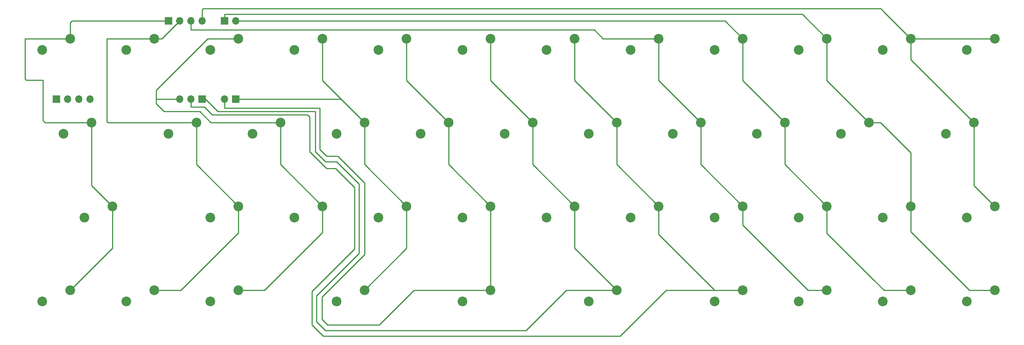
<source format=gtl>
G04 #@! TF.GenerationSoftware,KiCad,Pcbnew,(6.0.2-0)*
G04 #@! TF.CreationDate,2022-06-21T21:38:27+10:00*
G04 #@! TF.ProjectId,keyboard-with-attached-pico,6b657962-6f61-4726-942d-776974682d61,1.01*
G04 #@! TF.SameCoordinates,Original*
G04 #@! TF.FileFunction,Copper,L1,Top*
G04 #@! TF.FilePolarity,Positive*
%FSLAX46Y46*%
G04 Gerber Fmt 4.6, Leading zero omitted, Abs format (unit mm)*
G04 Created by KiCad (PCBNEW (6.0.2-0)) date 2022-06-21 21:38:27*
%MOMM*%
%LPD*%
G01*
G04 APERTURE LIST*
G04 #@! TA.AperFunction,ComponentPad*
%ADD10C,2.200000*%
G04 #@! TD*
G04 #@! TA.AperFunction,ComponentPad*
%ADD11R,1.700000X1.700000*%
G04 #@! TD*
G04 #@! TA.AperFunction,ComponentPad*
%ADD12O,1.700000X1.700000*%
G04 #@! TD*
G04 #@! TA.AperFunction,Conductor*
%ADD13C,0.250000*%
G04 #@! TD*
G04 APERTURE END LIST*
D10*
X109855000Y-119840000D03*
X103505000Y-122380000D03*
X128905000Y-119840000D03*
X122555000Y-122380000D03*
D11*
X144780000Y-115824000D03*
D12*
X147320000Y-115824000D03*
D10*
X319405000Y-119840000D03*
X313055000Y-122380000D03*
X195580000Y-138890000D03*
X189230000Y-141430000D03*
X252730000Y-138890000D03*
X246380000Y-141430000D03*
X300355000Y-157940000D03*
X294005000Y-160480000D03*
X300355000Y-119840000D03*
X294005000Y-122380000D03*
X186055000Y-119840000D03*
X179705000Y-122380000D03*
X262255000Y-157940000D03*
X255905000Y-160480000D03*
X205105000Y-157940000D03*
X198755000Y-160480000D03*
X271780000Y-138890000D03*
X265430000Y-141430000D03*
X233680000Y-176990000D03*
X227330000Y-179530000D03*
X281305000Y-119840000D03*
X274955000Y-122380000D03*
X233680000Y-138890000D03*
X227330000Y-141430000D03*
X176530000Y-138890000D03*
X170180000Y-141430000D03*
X138430000Y-138890000D03*
X132080000Y-141430000D03*
D11*
X132080000Y-115824000D03*
D12*
X134620000Y-115824000D03*
X137160000Y-115824000D03*
X139700000Y-115824000D03*
D10*
X114617500Y-138890000D03*
X108267500Y-141430000D03*
X186055000Y-157940000D03*
X179705000Y-160480000D03*
X281305000Y-176990000D03*
X274955000Y-179530000D03*
X147955000Y-119840000D03*
X141605000Y-122380000D03*
X167005000Y-119840000D03*
X160655000Y-122380000D03*
X214630000Y-138890000D03*
X208280000Y-141430000D03*
X147955000Y-157940000D03*
X141605000Y-160480000D03*
X290830000Y-138890000D03*
X284480000Y-141430000D03*
X157480000Y-138890000D03*
X151130000Y-141430000D03*
X119380000Y-157940000D03*
X113030000Y-160480000D03*
D11*
X139700000Y-133604000D03*
D12*
X137160000Y-133604000D03*
X134620000Y-133604000D03*
D10*
X243205000Y-119840000D03*
X236855000Y-122380000D03*
X224155000Y-157940000D03*
X217805000Y-160480000D03*
X319405000Y-176990000D03*
X313055000Y-179530000D03*
X262255000Y-119840000D03*
X255905000Y-122380000D03*
X319405000Y-157940000D03*
X313055000Y-160480000D03*
X205105000Y-119840000D03*
X198755000Y-122380000D03*
D11*
X147320000Y-133604000D03*
D12*
X144780000Y-133604000D03*
D10*
X167005000Y-157940000D03*
X160655000Y-160480000D03*
X147955000Y-176990000D03*
X141605000Y-179530000D03*
X314642500Y-138890000D03*
X308292500Y-141430000D03*
X243205000Y-157940000D03*
X236855000Y-160480000D03*
X281305000Y-157940000D03*
X274955000Y-160480000D03*
X205105000Y-176990000D03*
X198755000Y-179530000D03*
X262255000Y-176990000D03*
X255905000Y-179530000D03*
X300355000Y-176990000D03*
X294005000Y-179530000D03*
X109855000Y-176990000D03*
X103505000Y-179530000D03*
X176530000Y-176990000D03*
X170180000Y-179530000D03*
X128905000Y-176990000D03*
X122555000Y-179530000D03*
X224155000Y-119840000D03*
X217805000Y-122380000D03*
D11*
X106680000Y-133604000D03*
D12*
X109220000Y-133604000D03*
X111760000Y-133604000D03*
X114300000Y-133604000D03*
D13*
X109855000Y-116205000D02*
X109855000Y-119840000D01*
X132080000Y-115824000D02*
X110236000Y-115824000D01*
X114617500Y-138890000D02*
X104092000Y-138890000D01*
X114617500Y-138890000D02*
X114617500Y-153177500D01*
X104092000Y-138890000D02*
X103632000Y-138430000D01*
X114617500Y-153177500D02*
X119380000Y-157940000D01*
X99568000Y-119888000D02*
X99616000Y-119840000D01*
X119380000Y-167465000D02*
X109855000Y-176990000D01*
X119380000Y-157940000D02*
X119380000Y-167465000D01*
X99568000Y-129032000D02*
X99568000Y-119888000D01*
X99616000Y-119840000D02*
X109855000Y-119840000D01*
X103632000Y-138430000D02*
X103632000Y-129286000D01*
X99822000Y-129286000D02*
X99568000Y-129032000D01*
X103632000Y-129286000D02*
X99822000Y-129286000D01*
X110236000Y-115824000D02*
X109855000Y-116205000D01*
X147955000Y-157940000D02*
X147955000Y-163957000D01*
X128905000Y-119840000D02*
X130604000Y-119840000D01*
X147955000Y-163957000D02*
X134922000Y-176990000D01*
X118158000Y-119840000D02*
X118110000Y-119888000D01*
X128905000Y-119840000D02*
X118158000Y-119840000D01*
X130604000Y-119840000D02*
X134620000Y-115824000D01*
X118364000Y-138938000D02*
X118412000Y-138890000D01*
X118110000Y-119888000D02*
X118110000Y-138684000D01*
X134922000Y-176990000D02*
X128905000Y-176990000D01*
X138430000Y-138890000D02*
X138430000Y-148415000D01*
X118110000Y-138684000D02*
X118364000Y-138938000D01*
X138430000Y-148415000D02*
X147955000Y-157940000D01*
X118412000Y-138890000D02*
X138430000Y-138890000D01*
X167005000Y-157940000D02*
X167005000Y-163838081D01*
X129286000Y-131572000D02*
X141018000Y-119840000D01*
X131064000Y-136398000D02*
X129286000Y-134620000D01*
X141684000Y-138890000D02*
X139192000Y-136398000D01*
X134620000Y-133604000D02*
X129286000Y-133604000D01*
X157480000Y-148415000D02*
X167005000Y-157940000D01*
X157480000Y-138890000D02*
X141684000Y-138890000D01*
X153853081Y-176990000D02*
X147955000Y-176990000D01*
X157480000Y-138890000D02*
X157480000Y-148415000D01*
X129286000Y-133604000D02*
X129286000Y-131572000D01*
X141018000Y-119840000D02*
X147955000Y-119840000D01*
X139192000Y-136398000D02*
X131064000Y-136398000D01*
X167005000Y-163838081D02*
X153853081Y-176990000D01*
X129286000Y-134620000D02*
X129286000Y-133604000D01*
X176530000Y-148415000D02*
X186055000Y-157940000D01*
X186055000Y-167465000D02*
X176530000Y-176990000D01*
X167005000Y-119840000D02*
X167005000Y-129365000D01*
X167005000Y-129365000D02*
X171347000Y-133707000D01*
X186055000Y-157940000D02*
X186055000Y-167465000D01*
X147320000Y-133604000D02*
X171244000Y-133604000D01*
X171347000Y-133707000D02*
X176530000Y-138890000D01*
X171244000Y-133604000D02*
X171347000Y-133707000D01*
X176530000Y-138890000D02*
X176530000Y-148415000D01*
X186055000Y-119840000D02*
X186055000Y-129365000D01*
X187754000Y-176990000D02*
X205105000Y-176990000D01*
X176530000Y-152654000D02*
X176530000Y-168910000D01*
X168148000Y-184912000D02*
X179832000Y-184912000D01*
X166370000Y-145034000D02*
X167894000Y-146558000D01*
X186055000Y-129365000D02*
X195580000Y-138890000D01*
X166878000Y-178562000D02*
X166878000Y-183642000D01*
X176530000Y-168910000D02*
X166878000Y-178562000D01*
X144780000Y-133604000D02*
X144780000Y-135636000D01*
X166878000Y-183642000D02*
X168148000Y-184912000D01*
X166370000Y-135636000D02*
X166370000Y-145034000D01*
X144780000Y-135636000D02*
X166370000Y-135636000D01*
X195580000Y-148415000D02*
X205105000Y-157940000D01*
X167894000Y-146558000D02*
X170434000Y-146558000D01*
X170434000Y-146558000D02*
X176530000Y-152654000D01*
X205105000Y-157940000D02*
X205105000Y-176990000D01*
X179832000Y-184912000D02*
X187754000Y-176990000D01*
X195580000Y-138890000D02*
X195580000Y-148415000D01*
X224155000Y-157940000D02*
X224155000Y-167465000D01*
X214630000Y-138890000D02*
X214630000Y-148415000D01*
X222298000Y-176990000D02*
X233680000Y-176990000D01*
X140462000Y-133604000D02*
X143256000Y-136398000D01*
X165608000Y-184150000D02*
X167640000Y-186182000D01*
X175260000Y-152908000D02*
X175260000Y-168656000D01*
X170180000Y-147828000D02*
X175260000Y-152908000D01*
X213106000Y-186182000D02*
X222298000Y-176990000D01*
X175260000Y-168656000D02*
X165608000Y-178308000D01*
X165354000Y-145542000D02*
X167640000Y-147828000D01*
X167640000Y-147828000D02*
X170180000Y-147828000D01*
X165354000Y-136398000D02*
X165354000Y-145542000D01*
X167640000Y-186182000D02*
X213106000Y-186182000D01*
X139700000Y-133604000D02*
X140462000Y-133604000D01*
X165608000Y-178308000D02*
X165608000Y-184150000D01*
X143256000Y-136398000D02*
X165354000Y-136398000D01*
X205105000Y-129365000D02*
X214630000Y-138890000D01*
X205105000Y-119840000D02*
X205105000Y-129365000D01*
X214630000Y-148415000D02*
X224155000Y-157940000D01*
X224155000Y-167465000D02*
X233680000Y-176990000D01*
X141986000Y-137160000D02*
X140208000Y-135382000D01*
X255876800Y-176990000D02*
X244904000Y-176990000D01*
X169926000Y-149352000D02*
X167894000Y-149352000D01*
X224155000Y-119840000D02*
X224155000Y-129365000D01*
X243205000Y-157940000D02*
X243205000Y-164318200D01*
X167894000Y-149352000D02*
X164084000Y-145542000D01*
X174244000Y-167640000D02*
X174244000Y-153670000D01*
X164084000Y-137668000D02*
X163576000Y-137160000D01*
X140208000Y-135382000D02*
X137160000Y-135382000D01*
X164592000Y-177292000D02*
X174244000Y-167640000D01*
X174244000Y-153670000D02*
X169926000Y-149352000D01*
X164592000Y-184912000D02*
X164592000Y-177292000D01*
X167132000Y-187452000D02*
X164592000Y-184912000D01*
X233680000Y-148415000D02*
X243205000Y-157940000D01*
X164084000Y-145542000D02*
X164084000Y-137668000D01*
X137160000Y-135382000D02*
X137160000Y-133604000D01*
X224155000Y-129365000D02*
X233680000Y-138890000D01*
X255876800Y-176990000D02*
X262255000Y-176990000D01*
X252549400Y-173662600D02*
X255876800Y-176990000D01*
X244904000Y-176990000D02*
X234442000Y-187452000D01*
X233680000Y-138890000D02*
X233680000Y-148415000D01*
X163576000Y-137160000D02*
X141986000Y-137160000D01*
X234442000Y-187452000D02*
X167132000Y-187452000D01*
X243205000Y-164318200D02*
X252549400Y-173662600D01*
X252730000Y-138890000D02*
X252730000Y-148415000D01*
X252730000Y-148415000D02*
X262255000Y-157940000D01*
X262255000Y-157940000D02*
X262255000Y-162211735D01*
X137160000Y-117856000D02*
X137160000Y-115824000D01*
X243205000Y-119840000D02*
X230584000Y-119840000D01*
X228600000Y-117856000D02*
X137160000Y-117856000D01*
X243205000Y-129365000D02*
X252730000Y-138890000D01*
X262255000Y-162211735D02*
X274303632Y-174260368D01*
X243205000Y-119840000D02*
X243205000Y-129365000D01*
X230584000Y-119840000D02*
X228600000Y-117856000D01*
X277033265Y-176990000D02*
X281305000Y-176990000D01*
X274303632Y-174260368D02*
X277033265Y-176990000D01*
X147320000Y-115824000D02*
X258239000Y-115824000D01*
X294287200Y-176990000D02*
X300355000Y-176990000D01*
X262255000Y-129365000D02*
X271780000Y-138890000D01*
X271780000Y-138890000D02*
X271780000Y-148415000D01*
X281305000Y-164007800D02*
X291820600Y-174523400D01*
X262255000Y-119840000D02*
X262255000Y-129365000D01*
X258239000Y-115824000D02*
X262255000Y-119840000D01*
X271780000Y-148415000D02*
X281305000Y-157940000D01*
X281305000Y-157940000D02*
X281305000Y-164007800D01*
X291820600Y-174523400D02*
X294287200Y-176990000D01*
X300355000Y-157940000D02*
X300355000Y-163703000D01*
X300355000Y-157940000D02*
X300355000Y-145775000D01*
X300355000Y-163703000D02*
X313642000Y-176990000D01*
X313642000Y-176990000D02*
X319405000Y-176990000D01*
X144780000Y-114300000D02*
X275765000Y-114300000D01*
X275765000Y-114300000D02*
X281305000Y-119840000D01*
X281305000Y-129365000D02*
X290830000Y-138890000D01*
X300355000Y-145775000D02*
X293470000Y-138890000D01*
X293470000Y-138890000D02*
X290830000Y-138890000D01*
X281305000Y-119840000D02*
X281305000Y-129365000D01*
X144780000Y-115824000D02*
X144780000Y-114300000D01*
X314642500Y-138890000D02*
X314642500Y-153177500D01*
X300355000Y-119840000D02*
X319405000Y-119840000D01*
X293545000Y-113030000D02*
X139954000Y-113030000D01*
X139954000Y-113030000D02*
X139700000Y-113284000D01*
X139700000Y-113284000D02*
X139700000Y-115824000D01*
X294854500Y-114339500D02*
X294092500Y-113577500D01*
X300355000Y-119840000D02*
X300355000Y-124602500D01*
X300355000Y-124602500D02*
X314642500Y-138890000D01*
X300355000Y-119840000D02*
X294854500Y-114339500D01*
X294854500Y-114339500D02*
X293545000Y-113030000D01*
X294092500Y-113577500D02*
X293878000Y-113363000D01*
X314642500Y-153177500D02*
X319405000Y-157940000D01*
M02*

</source>
